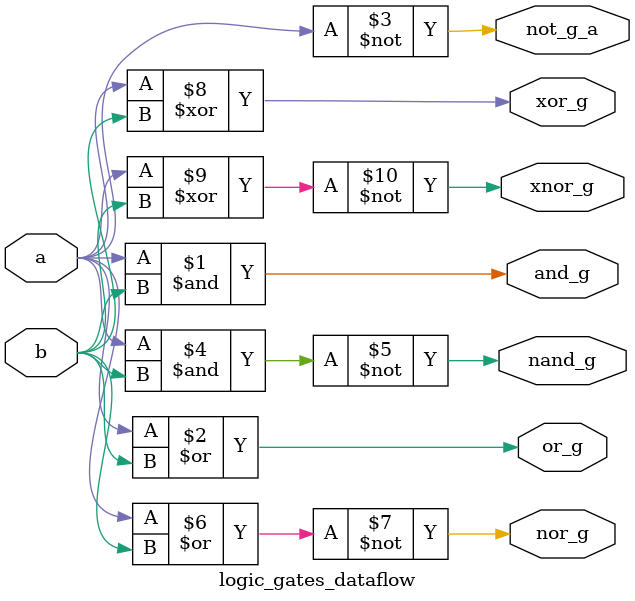
<source format=v>
`timescale 1ns / 1ps

module logic_gates_dataflow(
    input a, b,
    output and_g,
    output or_g,
    output not_g_a, 
    output nand_g,
    output nor_g,
    output xor_g,
    output xnor_g
    );
    
    // Dataflow Modeling (using 'assign' keyword)
    assign and_g   = a & b;      
    assign or_g    = a | b;         
    assign not_g_a = ~a;        
    assign nand_g  = ~(a & b);   
    assign nor_g   = ~(a | b);  
    assign xor_g   = a ^ b;      
    assign xnor_g  = ~(a ^ b);   
    
endmodule






</source>
